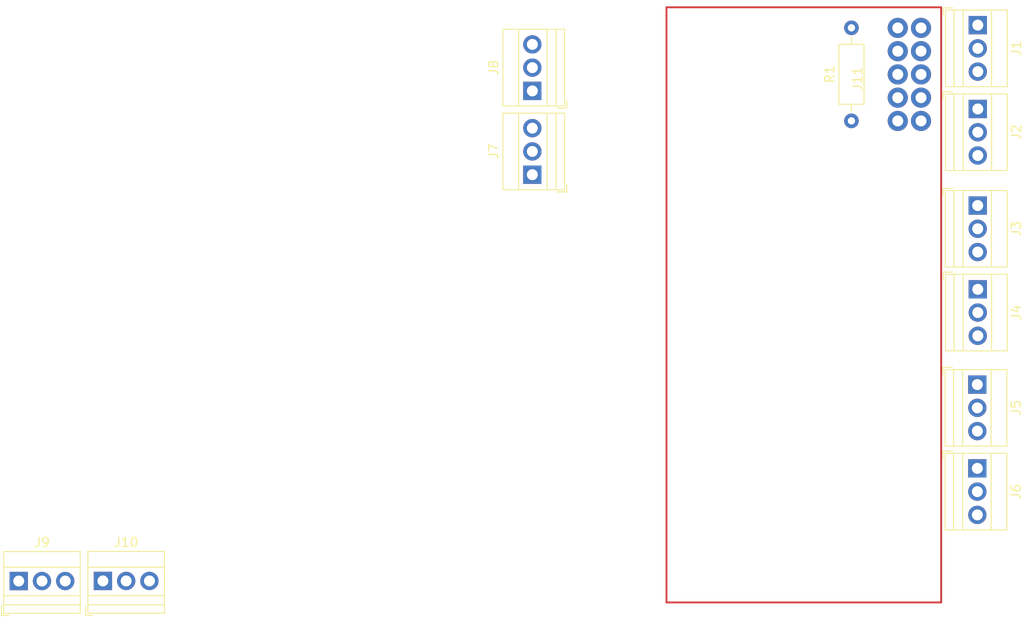
<source format=kicad_pcb>
(kicad_pcb (version 20240108) (generator "pcbnew") (generator_version "8.0")
  (layers (0 "F.Cu" signal) (31 "B.Cu" signal) (34 "B.Paste" user) (35 "F.Paste" user) (36 "B.SilkS" user "B.Silkscreen") (37 "F.SilkS" user "F.Silkscreen") (38 "B.Mask" user) (39 "F.Mask" user) (44 "Edge.Cuts" user))
  (net 0 "")
  (net 1 "GND")
  (net 2 "Data")
  (net 3 "5V")
  (footprint "TerminalBlock:TerminalBlock_Xinya_XY308-2.54-3P_1x03_P2.54mm_Horizontal" (layer "F.Cu") (at 199.9 84.65 -90)
    (property "Reference" "J4" (at 2.54 -4.22 -90) (layer "F.SilkS"))
    (property "Value" "Screw_Terminal_01x03" (hide yes))
    (fp_line (start -1.88 3.76) (end -1.08 3.76) (stroke (width 0.12)) (layer "F.SilkS"))
    (fp_line (start -1.64 3.52) (end 6.721 3.52) (stroke (width 0.12)) (layer "F.SilkS"))
    (fp_line (start -1.88 2.72) (end -1.88 3.76) (stroke (width 0.12)) (layer "F.SilkS"))
    (fp_line (start -1.64 2.6) (end 6.721 2.6) (stroke (width 0.12)) (layer "F.SilkS"))
    (fp_line (start -1.64 1.6) (end 6.721 1.6) (stroke (width 0.12)) (layer "F.SilkS"))
    (fp_line (start -1.64 -1.501) (end 6.721 -1.501) (stroke (width 0.12)) (layer "F.SilkS"))
    (fp_line (start -1.64 -3.22) (end -1.64 3.52) (stroke (width 0.12)) (layer "F.SilkS"))
    (fp_line (start -1.64 -3.22) (end 6.721 -3.22) (stroke (width 0.12)) (layer "F.SilkS"))
    (fp_line (start 6.721 -3.22) (end 6.721 3.52) (stroke (width 0.12)) (layer "F.SilkS"))
    (pad "1" thru_hole rect (at 0 0 270) (size 2 2) (drill 1.2) (layers "*.Cu" "*.Mask") (net 3 "5V"))
    (pad "2" thru_hole circle (at 2.54 0 270) (size 2 2) (drill 1.2) (layers "*.Cu" "*.Mask") (net 2 "Data"))
    (pad "3" thru_hole circle (at 5.08 0 270) (size 2 2) (drill 1.2) (layers "*.Cu" "*.Mask") (net 1 "GND"))
  )
  (footprint "TerminalBlock:TerminalBlock_Xinya_XY308-2.54-3P_1x03_P2.54mm_Horizontal" (layer "F.Cu") (at 151.25 62.98 90)
    (property "Reference" "J8" (at 2.54 -4.22 90) (layer "F.SilkS"))
    (property "Value" "Screw_Terminal_01x03" (hide yes))
    (fp_line (start 6.721 -3.22) (end 6.721 3.52) (stroke (width 0.12)) (layer "F.SilkS"))
    (fp_line (start -1.64 -3.22) (end 6.721 -3.22) (stroke (width 0.12)) (layer "F.SilkS"))
    (fp_line (start -1.64 -3.22) (end -1.64 3.52) (stroke (width 0.12)) (layer "F.SilkS"))
    (fp_line (start -1.64 -1.501) (end 6.721 -1.501) (stroke (width 0.12)) (layer "F.SilkS"))
    (fp_line (start -1.64 1.6) (end 6.721 1.6) (stroke (width 0.12)) (layer "F.SilkS"))
    (fp_line (start -1.64 2.6) (end 6.721 2.6) (stroke (width 0.12)) (layer "F.SilkS"))
    (fp_line (start -1.88 2.72) (end -1.88 3.76) (stroke (width 0.12)) (layer "F.SilkS"))
    (fp_line (start -1.64 3.52) (end 6.721 3.52) (stroke (width 0.12)) (layer "F.SilkS"))
    (fp_line (start -1.88 3.76) (end -1.08 3.76) (stroke (width 0.12)) (layer "F.SilkS"))
    (pad "1" thru_hole rect (at 0 0 90) (size 2 2) (drill 1.2) (layers "*.Cu" "*.Mask") (net 3 "5V"))
    (pad "2" thru_hole circle (at 2.54 0 90) (size 2 2) (drill 1.2) (layers "*.Cu" "*.Mask") (net 2 "Data"))
    (pad "3" thru_hole circle (at 5.08 0 90) (size 2 2) (drill 1.2) (layers "*.Cu" "*.Mask") (net 1 "GND"))
  )
  (footprint "TerminalBlock:TerminalBlock_Xinya_XY308-2.54-3P_1x03_P2.54mm_Horizontal" (layer "F.Cu") (at 199.85 104.205 -90)
    (property "Reference" "J6" (at 2.54 -4.22 90) (layer "F.SilkS"))
    (property "Value" "Screw_Terminal_01x03" (hide yes))
    (fp_line (start -1.88 3.76) (end -1.08 3.76) (stroke (width 0.12)) (layer "F.SilkS"))
    (fp_line (start -1.64 3.52) (end 6.721 3.52) (stroke (width 0.12)) (layer "F.SilkS"))
    (fp_line (start -1.88 2.72) (end -1.88 3.76) (stroke (width 0.12)) (layer "F.SilkS"))
    (fp_line (start -1.64 2.6) (end 6.721 2.6) (stroke (width 0.12)) (layer "F.SilkS"))
    (fp_line (start -1.64 1.6) (end 6.721 1.6) (stroke (width 0.12)) (layer "F.SilkS"))
    (fp_line (start -1.64 -1.501) (end 6.721 -1.501) (stroke (width 0.12)) (layer "F.SilkS"))
    (fp_line (start -1.64 -3.22) (end -1.64 3.52) (stroke (width 0.12)) (layer "F.SilkS"))
    (fp_line (start -1.64 -3.22) (end 6.721 -3.22) (stroke (width 0.12)) (layer "F.SilkS"))
    (fp_line (start 6.721 -3.22) (end 6.721 3.52) (stroke (width 0.12)) (layer "F.SilkS"))
    (pad "1" thru_hole rect (at 0 0 270) (size 2 2) (drill 1.2) (layers "*.Cu" "*.Mask") (net 3 "5V"))
    (pad "2" thru_hole circle (at 2.54 0 270) (size 2 2) (drill 1.2) (layers "*.Cu" "*.Mask") (net 2 "Data"))
    (pad "3" thru_hole circle (at 5.08 0 270) (size 2 2) (drill 1.2) (layers "*.Cu" "*.Mask") (net 1 "GND"))
  )
  (footprint "TerminalBlock:TerminalBlock_Xinya_XY308-2.54-3P_1x03_P2.54mm_Horizontal" (layer "F.Cu") (at 199.9 55.795 -90)
    (property "Reference" "J1" (at 2.54 -4.22 -90) (layer "F.SilkS"))
    (property "Value" "Screw_Terminal_01x03" (hide yes))
    (fp_line (start -1.88 3.76) (end -1.08 3.76) (stroke (width 0.12)) (layer "F.SilkS"))
    (fp_line (start -1.64 3.52) (end 6.721 3.52) (stroke (width 0.12)) (layer "F.SilkS"))
    (fp_line (start -1.88 2.72) (end -1.88 3.76) (stroke (width 0.12)) (layer "F.SilkS"))
    (fp_line (start -1.64 2.6) (end 6.721 2.6) (stroke (width 0.12)) (layer "F.SilkS"))
    (fp_line (start -1.64 1.6) (end 6.721 1.6) (stroke (width 0.12)) (layer "F.SilkS"))
    (fp_line (start -1.64 -1.501) (end 6.721 -1.501) (stroke (width 0.12)) (layer "F.SilkS"))
    (fp_line (start -1.64 -3.22) (end -1.64 3.52) (stroke (width 0.12)) (layer "F.SilkS"))
    (fp_line (start -1.64 -3.22) (end 6.721 -3.22) (stroke (width 0.12)) (layer "F.SilkS"))
    (fp_line (start 6.721 -3.22) (end 6.721 3.52) (stroke (width 0.12)) (layer "F.SilkS"))
    (pad "1" thru_hole rect (at 0 0 270) (size 2 2) (drill 1.2) (layers "*.Cu" "*.Mask") (net 3 "5V"))
    (pad "2" thru_hole circle (at 2.54 0 270) (size 2 2) (drill 1.2) (layers "*.Cu" "*.Mask") (net 2 "Data"))
    (pad "3" thru_hole circle (at 5.08 0 270) (size 2 2) (drill 1.2) (layers "*.Cu" "*.Mask") (net 1 "GND"))
  )
  (footprint "digikey-footprints:PinHeader_2x5_P2.54mm_Drill1.2mm" (layer "F.Cu") (at 191.16 66.26 90)
    (property "Reference" "J11" (at 4.6 -4.4 90) (layer "F.SilkS"))
    (property "Value" "302-S101" (hide yes))
    (pad "1" thru_hole circle (at 0 0 90) (size 2.2 2.2) (drill 1.2) (layers "*.Cu" "*.Mask"))
    (pad "2" thru_hole circle (at 0 2.54 90) (size 2.2 2.2) (drill 1.2) (layers "*.Cu" "*.Mask") (net 3 "5V"))
    (pad "3" thru_hole circle (at 2.54 0 90) (size 2.2 2.2) (drill 1.2) (layers "*.Cu" "*.Mask"))
    (pad "4" thru_hole circle (at 2.54 2.54 90) (size 2.2 2.2) (drill 1.2) (layers "*.Cu" "*.Mask") (net 3 "5V"))
    (pad "5" thru_hole circle (at 5.08 0 90) (size 2.2 2.2) (drill 1.2) (layers "*.Cu" "*.Mask"))
    (pad "6" thru_hole circle (at 5.08 2.54 90) (size 2.2 2.2) (drill 1.2) (layers "*.Cu" "*.Mask") (net 1 "GND"))
    (pad "7" thru_hole circle (at 7.62 0 90) (size 2.2 2.2) (drill 1.2) (layers "*.Cu" "*.Mask") (net 2 "Data"))
    (pad "8" thru_hole circle (at 7.62 2.54 90) (size 2.2 2.2) (drill 1.2) (layers "*.Cu" "*.Mask"))
    (pad "9" thru_hole circle (at 10.16 0 90) (size 2.2 2.2) (drill 1.2) (layers "*.Cu" "*.Mask") (net 1 "GND"))
    (pad "10" thru_hole circle (at 10.16 2.54 90) (size 2.2 2.2) (drill 1.2) (layers "*.Cu" "*.Mask"))
  )
  (footprint "TerminalBlock:TerminalBlock_Xinya_XY308-2.54-3P_1x03_P2.54mm_Horizontal" (layer "F.Cu") (at 104.35 116.5)
    (property "Reference" "J10" (at 2.54 -4.22 0) (layer "F.SilkS"))
    (property "Value" "Screw_Terminal_01x03" (hide yes))
    (fp_line (start -1.88 2.72) (end -1.88 3.76) (stroke (width 0.12)) (layer "F.SilkS"))
    (fp_line (start -1.88 3.76) (end -1.08 3.76) (stroke (width 0.12)) (layer "F.SilkS"))
    (fp_line (start -1.64 -3.22) (end -1.64 3.52) (stroke (width 0.12)) (layer "F.SilkS"))
    (fp_line (start -1.64 -3.22) (end 6.721 -3.22) (stroke (width 0.12)) (layer "F.SilkS"))
    (fp_line (start -1.64 -1.501) (end 6.721 -1.501) (stroke (width 0.12)) (layer "F.SilkS"))
    (fp_line (start -1.64 1.6) (end 6.721 1.6) (stroke (width 0.12)) (layer "F.SilkS"))
    (fp_line (start -1.64 2.6) (end 6.721 2.6) (stroke (width 0.12)) (layer "F.SilkS"))
    (fp_line (start -1.64 3.52) (end 6.721 3.52) (stroke (width 0.12)) (layer "F.SilkS"))
    (fp_line (start 6.721 -3.22) (end 6.721 3.52) (stroke (width 0.12)) (layer "F.SilkS"))
    (pad "1" thru_hole rect (at 0 0) (size 2 2) (drill 1.2) (layers "*.Cu" "*.Mask") (net 3 "5V"))
    (pad "2" thru_hole circle (at 2.54 0) (size 2 2) (drill 1.2) (layers "*.Cu" "*.Mask") (net 2 "Data"))
    (pad "3" thru_hole circle (at 5.08 0) (size 2 2) (drill 1.2) (layers "*.Cu" "*.Mask") (net 1 "GND"))
  )
  (footprint "TerminalBlock:TerminalBlock_Xinya_XY308-2.54-3P_1x03_P2.54mm_Horizontal" (layer "F.Cu") (at 199.9 64.955 -90)
    (property "Reference" "J2" (at 2.54 -4.22 -90) (layer "F.SilkS"))
    (property "Value" "Screw_Terminal_01x03" (hide yes))
    (fp_line (start -1.88 3.76) (end -1.08 3.76) (stroke (width 0.12)) (layer "F.SilkS"))
    (fp_line (start -1.64 3.52) (end 6.721 3.52) (stroke (width 0.12)) (layer "F.SilkS"))
    (fp_line (start -1.88 2.72) (end -1.88 3.76) (stroke (width 0.12)) (layer "F.SilkS"))
    (fp_line (start -1.64 2.6) (end 6.721 2.6) (stroke (width 0.12)) (layer "F.SilkS"))
    (fp_line (start -1.64 1.6) (end 6.721 1.6) (stroke (width 0.12)) (layer "F.SilkS"))
    (fp_line (start -1.64 -1.501) (end 6.721 -1.501) (stroke (width 0.12)) (layer "F.SilkS"))
    (fp_line (start -1.64 -3.22) (end -1.64 3.52) (stroke (width 0.12)) (layer "F.SilkS"))
    (fp_line (start -1.64 -3.22) (end 6.721 -3.22) (stroke (width 0.12)) (layer "F.SilkS"))
    (fp_line (start 6.721 -3.22) (end 6.721 3.52) (stroke (width 0.12)) (layer "F.SilkS"))
    (pad "1" thru_hole rect (at 0 0 270) (size 2 2) (drill 1.2) (layers "*.Cu" "*.Mask") (net 3 "5V"))
    (pad "2" thru_hole circle (at 2.54 0 270) (size 2 2) (drill 1.2) (layers "*.Cu" "*.Mask") (net 2 "Data"))
    (pad "3" thru_hole circle (at 5.08 0 270) (size 2 2) (drill 1.2) (layers "*.Cu" "*.Mask") (net 1 "GND"))
  )
  (footprint "TerminalBlock:TerminalBlock_Xinya_XY308-2.54-3P_1x03_P2.54mm_Horizontal" (layer "F.Cu") (at 199.89 75.5 -90)
    (property "Reference" "J3" (at 2.54 -4.22 -90) (layer "F.SilkS"))
    (property "Value" "Screw_Terminal_01x03" (hide yes))
    (fp_line (start -1.88 3.76) (end -1.08 3.76) (stroke (width 0.12)) (layer "F.SilkS"))
    (fp_line (start -1.64 3.52) (end 6.721 3.52) (stroke (width 0.12)) (layer "F.SilkS"))
    (fp_line (start -1.88 2.72) (end -1.88 3.76) (stroke (width 0.12)) (layer "F.SilkS"))
    (fp_line (start -1.64 2.6) (end 6.721 2.6) (stroke (width 0.12)) (layer "F.SilkS"))
    (fp_line (start -1.64 1.6) (end 6.721 1.6) (stroke (width 0.12)) (layer "F.SilkS"))
    (fp_line (start -1.64 -1.501) (end 6.721 -1.501) (stroke (width 0.12)) (layer "F.SilkS"))
    (fp_line (start -1.64 -3.22) (end -1.64 3.52) (stroke (width 0.12)) (layer "F.SilkS"))
    (fp_line (start -1.64 -3.22) (end 6.721 -3.22) (stroke (width 0.12)) (layer "F.SilkS"))
    (fp_line (start 6.721 -3.22) (end 6.721 3.52) (stroke (width 0.12)) (layer "F.SilkS"))
    (pad "1" thru_hole rect (at 0 0 270) (size 2 2) (drill 1.2) (layers "*.Cu" "*.Mask") (net 3 "5V"))
    (pad "2" thru_hole circle (at 2.54 0 270) (size 2 2) (drill 1.2) (layers "*.Cu" "*.Mask") (net 2 "Data"))
    (pad "3" thru_hole circle (at 5.08 0 270) (size 2 2) (drill 1.2) (layers "*.Cu" "*.Mask") (net 1 "GND"))
  )
  (footprint "TerminalBlock:TerminalBlock_Xinya_XY308-2.54-3P_1x03_P2.54mm_Horizontal" (layer "F.Cu") (at 151.25 72.13 90)
    (property "Reference" "J7" (at 2.54 -4.22 90) (layer "F.SilkS"))
    (property "Value" "Screw_Terminal_01x03" (hide yes))
    (fp_line (start 6.721 -3.22) (end 6.721 3.52) (stroke (width 0.12)) (layer "F.SilkS"))
    (fp_line (start -1.64 -3.22) (end 6.721 -3.22) (stroke (width 0.12)) (layer "F.SilkS"))
    (fp_line (start -1.64 -3.22) (end -1.64 3.52) (stroke (width 0.12)) (layer "F.SilkS"))
    (fp_line (start -1.64 -1.501) (end 6.721 -1.501) (stroke (width 0.12)) (layer "F.SilkS"))
    (fp_line (start -1.64 1.6) (end 6.721 1.6) (stroke (width 0.12)) (layer "F.SilkS"))
    (fp_line (start -1.64 2.6) (end 6.721 2.6) (stroke (width 0.12)) (layer "F.SilkS"))
    (fp_line (start -1.88 2.72) (end -1.88 3.76) (stroke (width 0.12)) (layer "F.SilkS"))
    (fp_line (start -1.64 3.52) (end 6.721 3.52) (stroke (width 0.12)) (layer "F.SilkS"))
    (fp_line (start -1.88 3.76) (end -1.08 3.76) (stroke (width 0.12)) (layer "F.SilkS"))
    (pad "1" thru_hole rect (at 0 0 90) (size 2 2) (drill 1.2) (layers "*.Cu" "*.Mask") (net 3 "5V"))
    (pad "2" thru_hole circle (at 2.54 0 90) (size 2 2) (drill 1.2) (layers "*.Cu" "*.Mask") (net 2 "Data"))
    (pad "3" thru_hole circle (at 5.08 0 90) (size 2 2) (drill 1.2) (layers "*.Cu" "*.Mask") (net 1 "GND"))
  )
  (footprint "Resistor_THT:R_Axial_DIN0207_L6.3mm_D2.5mm_P10.16mm_Horizontal" (layer "F.Cu") (at 186.1 66.25 90)
    (property "Reference" "R1" (at 5.08 -2.37 90) (layer "F.SilkS"))
    (property "Value" "4.7k")
    (fp_line (start 8.35 -1.37) (end 1.81 -1.37) (stroke (width 0.12)) (layer "F.SilkS"))
    (fp_line (start 1.81 -1.37) (end 1.81 1.37) (stroke (width 0.12)) (layer "F.SilkS"))
    (fp_line (start 9.12 0) (end 8.35 0) (stroke (width 0.12)) (layer "F.SilkS"))
    (fp_line (start 1.04 0) (end 1.81 0) (stroke (width 0.12)) (layer "F.SilkS"))
    (fp_line (start 8.35 1.37) (end 8.35 -1.37) (stroke (width 0.12)) (layer "F.SilkS"))
    (fp_line (start 1.81 1.37) (end 8.35 1.37) (stroke (width 0.12)) (layer "F.SilkS"))
    (pad "1" thru_hole circle (at 0 0 90) (size 1.6 1.6) (drill 0.8) (layers "*.Cu" "*.Mask") (net 3 "5V"))
    (pad "2" thru_hole oval (at 10.16 0 90) (size 1.6 1.6) (drill 0.8) (layers "*.Cu" "*.Mask") (net 2 "Data"))
  )
  (footprint "TerminalBlock:TerminalBlock_Xinya_XY308-2.54-3P_1x03_P2.54mm_Horizontal" (layer "F.Cu") (at 95.155 116.51)
    (property "Reference" "J9" (at 2.54 -4.22 0) (layer "F.SilkS"))
    (property "Value" "Screw_Terminal_01x03" (hide yes))
    (fp_line (start -1.88 2.72) (end -1.88 3.76) (stroke (width 0.12)) (layer "F.SilkS"))
    (fp_line (start -1.88 3.76) (end -1.08 3.76) (stroke (width 0.12)) (layer "F.SilkS"))
    (fp_line (start -1.64 -3.22) (end -1.64 3.52) (stroke (width 0.12)) (layer "F.SilkS"))
    (fp_line (start -1.64 -3.22) (end 6.721 -3.22) (stroke (width 0.12)) (layer "F.SilkS"))
    (fp_line (start -1.64 -1.501) (end 6.721 -1.501) (stroke (width 0.12)) (layer "F.SilkS"))
    (fp_line (start -1.64 1.6) (end 6.721 1.6) (stroke (width 0.12)) (layer "F.SilkS"))
    (fp_line (start -1.64 2.6) (end 6.721 2.6) (stroke (width 0.12)) (layer "F.SilkS"))
    (fp_line (start -1.64 3.52) (end 6.721 3.52) (stroke (width 0.12)) (layer "F.SilkS"))
    (fp_line (start 6.721 -3.22) (end 6.721 3.52) (stroke (width 0.12)) (layer "F.SilkS"))
    (pad "1" thru_hole rect (at 0 0) (size 2 2) (drill 1.2) (layers "*.Cu" "*.Mask") (net 3 "5V"))
    (pad "2" thru_hole circle (at 2.54 0) (size 2 2) (drill 1.2) (layers "*.Cu" "*.Mask") (net 2 "Data"))
    (pad "3" thru_hole circle (at 5.08 0) (size 2 2) (drill 1.2) (layers "*.Cu" "*.Mask") (net 1 "GND"))
  )
  (footprint "TerminalBlock:TerminalBlock_Xinya_XY308-2.54-3P_1x03_P2.54mm_Horizontal" (layer "F.Cu") (at 199.85 95.055 -90)
    (property "Reference" "J5" (at 2.54 -4.22 90) (layer "F.SilkS"))
    (property "Value" "Screw_Terminal_01x03" (hide yes))
    (fp_line (start -1.88 3.76) (end -1.08 3.76) (stroke (width 0.12)) (layer "F.SilkS"))
    (fp_line (start -1.64 3.52) (end 6.721 3.52) (stroke (width 0.12)) (layer "F.SilkS"))
    (fp_line (start -1.88 2.72) (end -1.88 3.76) (stroke (width 0.12)) (layer "F.SilkS"))
    (fp_line (start -1.64 2.6) (end 6.721 2.6) (stroke (width 0.12)) (layer "F.SilkS"))
    (fp_line (start -1.64 1.6) (end 6.721 1.6) (stroke (width 0.12)) (layer "F.SilkS"))
    (fp_line (start -1.64 -1.501) (end 6.721 -1.501) (stroke (width 0.12)) (layer "F.SilkS"))
    (fp_line (start -1.64 -3.22) (end -1.64 3.52) (stroke (width 0.12)) (layer "F.SilkS"))
    (fp_line (start -1.64 -3.22) (end 6.721 -3.22) (stroke (width 0.12)) (layer "F.SilkS"))
    (fp_line (start 6.721 -3.22) (end 6.721 3.52) (stroke (width 0.12)) (layer "F.SilkS"))
    (pad "1" thru_hole rect (at 0 0 270) (size 2 2) (drill 1.2) (layers "*.Cu" "*.Mask") (net 3 "5V"))
    (pad "2" thru_hole circle (at 2.54 0 270) (size 2 2) (drill 1.2) (layers "*.Cu" "*.Mask") (net 2 "Data"))
    (pad "3" thru_hole circle (at 5.08 0 270) (size 2 2) (drill 1.2) (layers "*.Cu" "*.Mask") (net 1 "GND"))
  )
  (gr_rect (start 165.9 53.85) (end 195.9 118.85) (stroke (width 0.2)) (fill none) (layer "F.Cu") (net 1))
)
</source>
